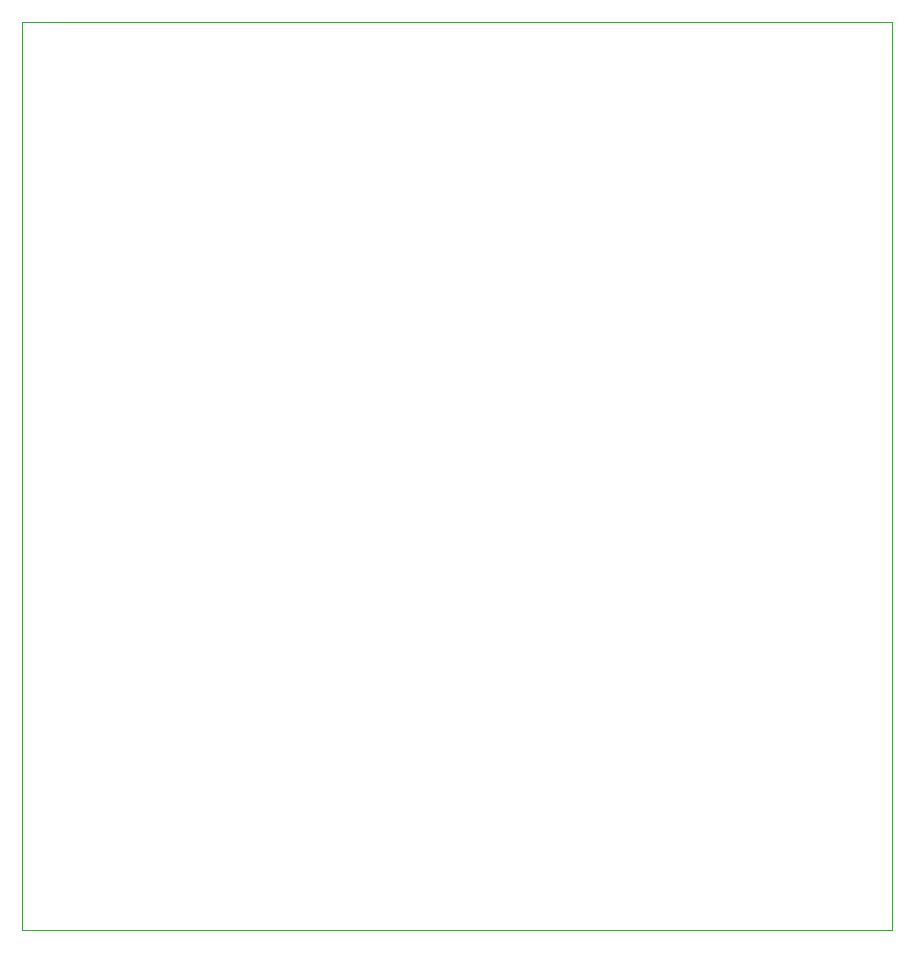
<source format=gbr>
G04 #@! TF.GenerationSoftware,KiCad,Pcbnew,5.1.5-52549c5~84~ubuntu18.04.1*
G04 #@! TF.CreationDate,2020-01-16T21:55:41+01:00*
G04 #@! TF.ProjectId,incinerator,696e6369-6e65-4726-9174-6f722e6b6963,v00*
G04 #@! TF.SameCoordinates,Original*
G04 #@! TF.FileFunction,Profile,NP*
%FSLAX46Y46*%
G04 Gerber Fmt 4.6, Leading zero omitted, Abs format (unit mm)*
G04 Created by KiCad (PCBNEW 5.1.5-52549c5~84~ubuntu18.04.1) date 2020-01-16 21:55:41*
%MOMM*%
%LPD*%
G04 APERTURE LIST*
%ADD10C,0.050000*%
G04 APERTURE END LIST*
D10*
X101473000Y-50419000D02*
X101473000Y-127254000D01*
X175133000Y-50419000D02*
X101473000Y-50419000D01*
X175133000Y-127254000D02*
X175133000Y-50419000D01*
X101473000Y-127254000D02*
X175133000Y-127254000D01*
M02*

</source>
